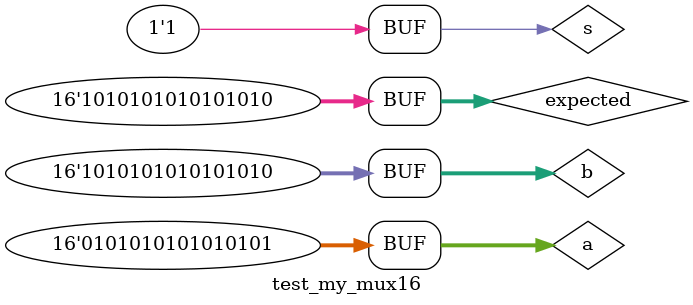
<source format=v>
`include "my_mux16.v"

module test_my_mux16();
   reg [15:0] a;
   reg [15:0] b;
   reg 	      s;
   reg [15:0] expected;
   
   wire [15:0] c;

   my_mux16 u1(c, a, b, s);

   initial 
     begin
	a = 16'b0101010101010101;
	b = 16'b1010101010101010;
	s = 0;
	
	expected = 16'b0101010101010101;

	#1 
        s = 1;
	expected = 16'b1010101010101010;
     end

   initial
     $monitor("my_mux16 %d %b %b %b (%b %b)", $time, a, b, s, c, expected);
   
endmodule

</source>
